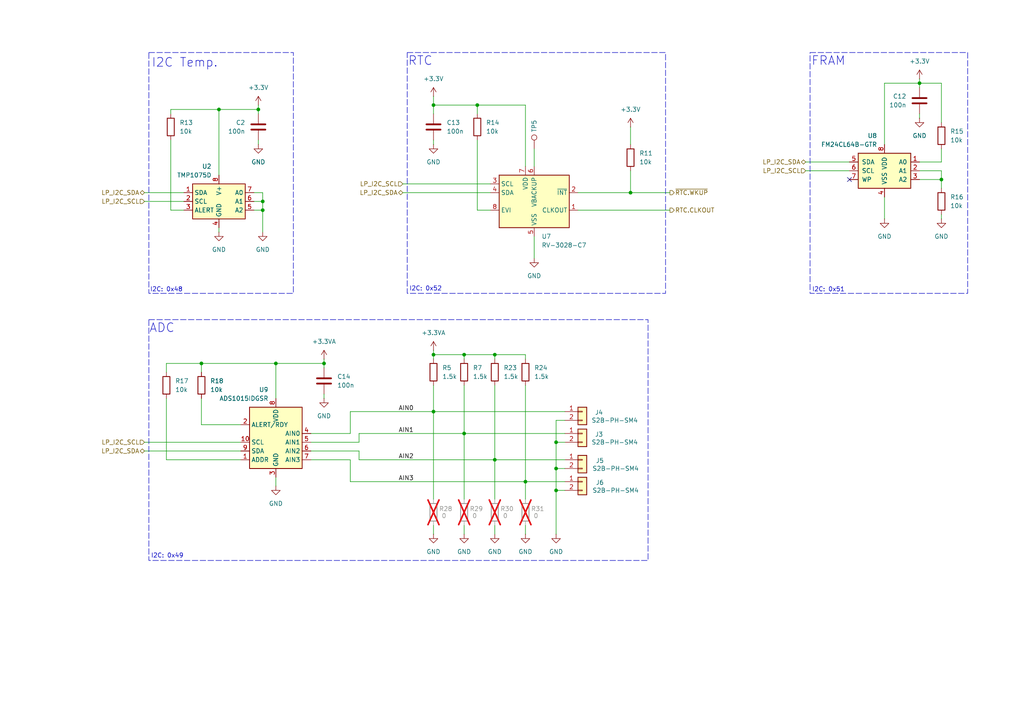
<source format=kicad_sch>
(kicad_sch (version 20250114) (generator "eeschema") (generator_version "9.0")
  (paper "A4")
  (lib_symbols
    (symbol "Analog_ADC:ADS1015IDGS"
      (property "Reference" "U" (at 2.54 13.97 0))
      (property "Value" "ADS1015IDGS" (at 7.62 11.43 0))
      (symbol "ADS1015IDGS_0_1"
        (rectangle (start -7.62 10.16) (end 7.62 -7.62) (stroke (width 0.254)) (fill (type background)))
      )
      (symbol "ADS1015IDGS_1_1"
        (pin input line (at -10.16 2.54 0) (length 2.54) (name "AIN0") (number "4"))
        (pin input line (at -10.16 0 0) (length 2.54) (name "AIN1") (number "5"))
        (pin input line (at -10.16 -2.54 0) (length 2.54) (name "AIN2") (number "6"))
        (pin input line (at -10.16 -5.08 0) (length 2.54) (name "AIN3") (number "7"))
        (pin power_in line (at 0 12.7 270) (length 2.54) (name "VDD") (number "8"))
        (pin power_in line (at 0 -10.16 90) (length 2.54) (name "GND") (number "3"))
        (pin output line (at 10.16 5.08 180) (length 2.54) (name "ALERT/RDY") (number "2"))
        (pin input line (at 10.16 0 180) (length 2.54) (name "SCL") (number "10"))
        (pin bidirectional line (at 10.16 -2.54 180) (length 2.54) (name "SDA") (number "9"))
        (pin input line (at 10.16 -5.08 180) (length 2.54) (name "ADDR") (number "1"))
      )
    )
    (symbol "Connector:TestPoint" (pin_numbers (hide yes)) (pin_names (offset 0.762) (hide yes))
      (property "Reference" "TP" (at 0 6.858 0))
      (property "Value" "TestPoint" (at 0 5.08 0))
      (symbol "TestPoint_0_1"
        (circle (center 0 3.302) (radius 0.762))
      )
      (symbol "TestPoint_1_1"
        (pin passive line (at 0 0 90) (length 2.54) (name "1") (number "1"))
      )
    )
    (symbol "Connector_Generic:Conn_01x02" (pin_names (offset 1.016) (hide yes))
      (property "Reference" "J" (at 0 2.54 0))
      (property "Value" "Conn_01x02" (at 0 -5.08 0))
      (symbol "Conn_01x02_1_1"
        (rectangle (start -1.27 1.27) (end 1.27 -3.81) (stroke (width 0.254)) (fill (type background)))
        (rectangle (start -1.27 0.127) (end 0 -0.127) (stroke (width 0.1524)))
        (rectangle (start -1.27 -2.413) (end 0 -2.667) (stroke (width 0.1524)))
        (pin passive line (at -5.08 0 0) (length 3.81) (name "Pin_1") (number "1"))
        (pin passive line (at -5.08 -2.54 0) (length 3.81) (name "Pin_2") (number "2"))
      )
    )
    (symbol "Device:C" (pin_numbers (hide yes)) (pin_names (offset 0.254))
      (property "Reference" "C" (at 0.635 2.54 0))
      (property "Value" "C" (at 0.635 -2.54 0))
      (symbol "C_0_1"
        (polyline (pts (xy -2.032 0.762) (xy 2.032 0.762)) (stroke (width 0.508)))
        (polyline (pts (xy -2.032 -0.762) (xy 2.032 -0.762)) (stroke (width 0.508)))
      )
      (symbol "C_1_1"
        (pin passive line (at 0 3.81 270) (length 2.794) (name "~") (number "1"))
        (pin passive line (at 0 -3.81 90) (length 2.794) (name "~") (number "2"))
      )
    )
    (symbol "Device:R" (pin_numbers (hide yes)) (pin_names (offset 0))
      (property "Reference" "R" (at 2.032 0 90))
      (property "Value" "R" (at 0 0 90))
      (symbol "R_0_1"
        (rectangle (start -1.016 -2.54) (end 1.016 2.54) (stroke (width 0.254)))
      )
      (symbol "R_1_1"
        (pin passive line (at 0 3.81 270) (length 1.27) (name "~") (number "1"))
        (pin passive line (at 0 -3.81 90) (length 1.27) (name "~") (number "2"))
      )
    )
    (symbol "Memory_NVRAM:FM24C64B" (pin_names (offset 1.016))
      (property "Reference" "U" (at -5.08 8.89 0))
      (property "Value" "FM24C64B" (at 6.35 -8.89 0))
      (symbol "FM24C64B_0_1"
        (rectangle (start -7.62 5.08) (end 7.62 -5.08) (stroke (width 0.254)) (fill (type background)))
      )
      (symbol "FM24C64B_1_1"
        (pin input line (at -10.16 2.54 0) (length 2.54) (name "A0") (number "1"))
        (pin input line (at -10.16 0 0) (length 2.54) (name "A1") (number "2"))
        (pin input line (at -10.16 -2.54 0) (length 2.54) (name "A2") (number "3"))
        (pin power_in line (at 0 7.62 270) (length 2.54) (name "VDD") (number "8"))
        (pin power_in line (at 0 -7.62 90) (length 2.54) (name "VSS") (number "4"))
        (pin bidirectional line (at 10.16 2.54 180) (length 2.54) (name "SDA") (number "5"))
        (pin input line (at 10.16 0 180) (length 2.54) (name "SCL") (number "6"))
        (pin input line (at 10.16 -2.54 180) (length 2.54) (name "WP") (number "7"))
      )
    )
    (symbol "Sensor_Temperature:TMP1075D"
      (property "Reference" "U" (at -6.35 6.35 0))
      (property "Value" "TMP1075D" (at 6.35 6.35 0))
      (symbol "TMP1075D_0_1"
        (rectangle (start -7.62 5.08) (end 7.62 -5.08) (stroke (width 0.254)) (fill (type background)))
      )
      (symbol "TMP1075D_1_1"
        (pin input line (at -10.16 2.54 0) (length 2.54) (name "A0") (number "7"))
        (pin input line (at -10.16 0 0) (length 2.54) (name "A1") (number "6"))
        (pin input line (at -10.16 -2.54 0) (length 2.54) (name "A2") (number "5"))
        (pin power_in line (at 0 7.62 270) (length 2.54) (name "V+") (number "8"))
        (pin power_in line (at 0 -7.62 90) (length 2.54) (name "GND") (number "4"))
        (pin bidirectional line (at 10.16 2.54 180) (length 2.54) (name "SDA") (number "1"))
        (pin input line (at 10.16 0 180) (length 2.54) (name "SCL") (number "2"))
        (pin open_collector line (at 10.16 -2.54 180) (length 2.54) (name "ALERT") (number "3"))
      )
    )
    (symbol "Timer_RTC:RV-3028-C7"
      (property "Reference" "U" (at -8.89 8.89 0))
      (property "Value" "RV-3028-C7" (at 7.62 8.89 0))
      (symbol "RV-3028-C7_0_1"
        (rectangle (start -10.16 7.62) (end 10.16 -7.62) (stroke (width 0.254)) (fill (type background)))
      )
      (symbol "RV-3028-C7_1_1"
        (pin input line (at -12.7 5.08 0) (length 2.54) (name "SCL") (number "3"))
        (pin bidirectional line (at -12.7 2.54 0) (length 2.54) (name "SDA") (number "4"))
        (pin input line (at -12.7 -2.54 0) (length 2.54) (name "EVI") (number "8"))
        (pin power_in line (at -2.54 10.16 270) (length 2.54) (name "VDD") (number "7"))
        (pin power_in line (at 0 10.16 270) (length 2.54) (name "VBACKUP") (number "6"))
        (pin power_in line (at 0 -10.16 90) (length 2.54) (name "VSS") (number "5"))
        (pin open_collector line (at 12.7 2.54 180) (length 2.54) (name "~{INT}") (number "2"))
        (pin output line (at 12.7 -2.54 180) (length 2.54) (name "CLKOUT") (number "1"))
      )
    )
    (symbol "power:+3.3V" (power) (pin_numbers (hide yes)) (pin_names (offset 0) (hide yes))
      (property "Value" "+3.3V" (at 0 3.556 0))
      (symbol "+3.3V_0_1"
        (polyline (pts (xy -0.762 1.27) (xy 0 2.54)))
        (polyline (pts (xy 0 2.54) (xy 0.762 1.27)))
        (polyline (pts (xy 0 0) (xy 0 2.54)))
      )
      (symbol "+3.3V_1_1"
        (pin power_in line (at 0 0 90) (length 0) (name "~") (number "1"))
      )
    )
    (symbol "power:+3.3VA" (power) (pin_numbers (hide yes)) (pin_names (offset 0) (hide yes))
      (property "Value" "+3.3VA" (at 0 3.556 0))
      (symbol "+3.3VA_0_1"
        (polyline (pts (xy -0.762 1.27) (xy 0 2.54)))
        (polyline (pts (xy 0 2.54) (xy 0.762 1.27)))
        (polyline (pts (xy 0 0) (xy 0 2.54)))
      )
      (symbol "+3.3VA_1_1"
        (pin power_in line (at 0 0 90) (length 0) (name "~") (number "1"))
      )
    )
    (symbol "power:GND" (power) (pin_numbers (hide yes)) (pin_names (offset 0) (hide yes))
      (property "Value" "GND" (at 0 -3.81 0))
      (symbol "GND_0_1"
        (polyline (pts (xy 0 0) (xy 0 -1.27) (xy 1.27 -1.27) (xy 0 -2.54) (xy -1.27 -1.27) (xy 0 -1.27)))
      )
      (symbol "GND_1_1"
        (pin power_in line (at 0 0 270) (length 0) (name "~") (number "1"))
      )
    )
  )
  (rectangle (start 43.18 15.24) (end 85.09 85.09) (stroke (width 0) (type dash)))
  (rectangle (start 43.18 92.71) (end 187.96 162.56) (stroke (width 0) (type dash)))
  (rectangle (start 234.95 15.24) (end 280.67 85.09) (stroke (width 0) (type dash)))
  (rectangle (start 118.11 15.24) (end 193.04 85.09) (stroke (width 0) (type dash)))
  (text "I2C: 0x49" (at 48.514 161.29 0) (effects (font (size 1.27 1.27))))
  (text "I2C Temp." (at 53.594 18.288 0) (effects (font (size 2.54 2.54))))
  (text "I2C: 0x52" (at 123.444 83.82 0) (effects (font (size 1.27 1.27))))
  (text "I2C: 0x48" (at 48.26 84.074 0) (effects (font (size 1.27 1.27))))
  (text "FRAM" (at 240.284 17.78 0) (effects (font (size 2.54 2.54))))
  (text "ADC" (at 46.99 95.25 0) (effects (font (size 2.54 2.54))))
  (text "I2C: 0x51" (at 240.284 84.074 0) (effects (font (size 1.27 1.27))))
  (text "RTC" (at 121.92 17.78 0) (effects (font (size 2.54 2.54))))
  (junction (at 143.51 102.87))
  (junction (at 134.62 102.87))
  (junction (at 63.5 31.75))
  (junction (at 143.51 133.35))
  (junction (at 182.88 55.88))
  (junction (at 125.73 119.38))
  (junction (at 76.2 58.42))
  (junction (at 76.2 60.96))
  (junction (at 134.62 125.73))
  (junction (at 58.42 105.41))
  (junction (at 125.73 102.87))
  (junction (at 152.4 139.7))
  (junction (at 93.98 105.41))
  (junction (at 273.05 52.07))
  (junction (at 74.93 31.75))
  (junction (at 80.01 105.41))
  (junction (at 161.29 135.89))
  (junction (at 266.7 24.13))
  (junction (at 125.73 30.48))
  (junction (at 138.43 30.48))
  (junction (at 161.29 142.24))
  (junction (at 161.29 128.27))
  (no_connect (at 246.38 52.07))
  (wire (pts (xy 116.84 55.88) (xy 142.24 55.88)))
  (wire (pts (xy 266.7 24.13) (xy 266.7 25.4)))
  (wire (pts (xy 161.29 135.89) (xy 161.29 142.24)))
  (wire (pts (xy 125.73 27.94) (xy 125.73 30.48)))
  (wire (pts (xy 125.73 102.87) (xy 125.73 104.14)))
  (wire (pts (xy 143.51 152.4) (xy 143.51 154.94)))
  (wire (pts (xy 143.51 111.76) (xy 143.51 133.35)))
  (wire (pts (xy 273.05 24.13) (xy 266.7 24.13)))
  (wire (pts (xy 233.68 46.99) (xy 246.38 46.99)))
  (wire (pts (xy 182.88 55.88) (xy 182.88 49.53)))
  (wire (pts (xy 63.5 31.75) (xy 74.93 31.75)))
  (wire (pts (xy 161.29 142.24) (xy 163.83 142.24)))
  (wire (pts (xy 104.14 128.27) (xy 104.14 125.73)))
  (wire (pts (xy 80.01 115.57) (xy 80.01 105.41)))
  (wire (pts (xy 125.73 101.6) (xy 125.73 102.87)))
  (wire (pts (xy 142.24 60.96) (xy 138.43 60.96)))
  (wire (pts (xy 74.93 31.75) (xy 74.93 33.02)))
  (wire (pts (xy 63.5 50.8) (xy 63.5 31.75)))
  (wire (pts (xy 49.53 31.75) (xy 63.5 31.75)))
  (wire (pts (xy 152.4 139.7) (xy 152.4 144.78)))
  (wire (pts (xy 143.51 133.35) (xy 163.83 133.35)))
  (wire (pts (xy 163.83 121.92) (xy 161.29 121.92)))
  (wire (pts (xy 154.94 43.18) (xy 154.94 48.26)))
  (wire (pts (xy 134.62 152.4) (xy 134.62 154.94)))
  (wire (pts (xy 125.73 119.38) (xy 125.73 144.78)))
  (wire (pts (xy 101.6 125.73) (xy 101.6 119.38)))
  (wire (pts (xy 167.64 55.88) (xy 182.88 55.88)))
  (wire (pts (xy 161.29 154.94) (xy 161.29 142.24)))
  (wire (pts (xy 125.73 40.64) (xy 125.73 41.91)))
  (wire (pts (xy 69.85 133.35) (xy 48.26 133.35)))
  (wire (pts (xy 104.14 130.81) (xy 90.17 130.81)))
  (wire (pts (xy 76.2 67.31) (xy 76.2 60.96)))
  (wire (pts (xy 163.83 128.27) (xy 161.29 128.27)))
  (wire (pts (xy 125.73 30.48) (xy 125.73 33.02)))
  (wire (pts (xy 143.51 133.35) (xy 143.51 144.78)))
  (wire (pts (xy 273.05 62.23) (xy 273.05 63.5)))
  (wire (pts (xy 76.2 60.96) (xy 73.66 60.96)))
  (wire (pts (xy 266.7 49.53) (xy 273.05 49.53)))
  (wire (pts (xy 93.98 105.41) (xy 80.01 105.41)))
  (wire (pts (xy 134.62 125.73) (xy 134.62 144.78)))
  (wire (pts (xy 256.54 41.91) (xy 256.54 24.13)))
  (wire (pts (xy 134.62 125.73) (xy 163.83 125.73)))
  (wire (pts (xy 49.53 33.02) (xy 49.53 31.75)))
  (wire (pts (xy 152.4 102.87) (xy 143.51 102.87)))
  (wire (pts (xy 48.26 105.41) (xy 58.42 105.41)))
  (wire (pts (xy 53.34 55.88) (xy 41.91 55.88)))
  (wire (pts (xy 80.01 138.43) (xy 80.01 140.97)))
  (wire (pts (xy 154.94 68.58) (xy 154.94 74.93)))
  (wire (pts (xy 163.83 135.89) (xy 161.29 135.89)))
  (wire (pts (xy 152.4 139.7) (xy 163.83 139.7)))
  (wire (pts (xy 93.98 104.14) (xy 93.98 105.41)))
  (wire (pts (xy 73.66 58.42) (xy 76.2 58.42)))
  (wire (pts (xy 152.4 48.26) (xy 152.4 30.48)))
  (wire (pts (xy 125.73 111.76) (xy 125.73 119.38)))
  (wire (pts (xy 266.7 33.02) (xy 266.7 34.29)))
  (wire (pts (xy 101.6 133.35) (xy 101.6 139.7)))
  (wire (pts (xy 58.42 105.41) (xy 58.42 107.95)))
  (wire (pts (xy 273.05 46.99) (xy 273.05 43.18)))
  (wire (pts (xy 256.54 24.13) (xy 266.7 24.13)))
  (wire (pts (xy 104.14 130.81) (xy 104.14 133.35)))
  (wire (pts (xy 134.62 102.87) (xy 125.73 102.87)))
  (wire (pts (xy 182.88 36.83) (xy 182.88 41.91)))
  (wire (pts (xy 266.7 46.99) (xy 273.05 46.99)))
  (wire (pts (xy 104.14 133.35) (xy 143.51 133.35)))
  (wire (pts (xy 125.73 152.4) (xy 125.73 154.94)))
  (wire (pts (xy 41.91 130.81) (xy 69.85 130.81)))
  (wire (pts (xy 93.98 105.41) (xy 93.98 106.68)))
  (wire (pts (xy 233.68 49.53) (xy 246.38 49.53)))
  (wire (pts (xy 76.2 58.42) (xy 76.2 60.96)))
  (wire (pts (xy 48.26 107.95) (xy 48.26 105.41)))
  (wire (pts (xy 273.05 24.13) (xy 273.05 35.56)))
  (wire (pts (xy 101.6 133.35) (xy 90.17 133.35)))
  (wire (pts (xy 138.43 30.48) (xy 138.43 33.02)))
  (wire (pts (xy 152.4 104.14) (xy 152.4 102.87)))
  (wire (pts (xy 48.26 133.35) (xy 48.26 115.57)))
  (wire (pts (xy 152.4 30.48) (xy 138.43 30.48)))
  (wire (pts (xy 58.42 123.19) (xy 58.42 115.57)))
  (wire (pts (xy 93.98 114.3) (xy 93.98 115.57)))
  (wire (pts (xy 161.29 128.27) (xy 161.29 135.89)))
  (wire (pts (xy 116.84 53.34) (xy 142.24 53.34)))
  (wire (pts (xy 134.62 111.76) (xy 134.62 125.73)))
  (wire (pts (xy 41.91 58.42) (xy 53.34 58.42)))
  (wire (pts (xy 138.43 60.96) (xy 138.43 40.64)))
  (wire (pts (xy 104.14 125.73) (xy 134.62 125.73)))
  (wire (pts (xy 138.43 30.48) (xy 125.73 30.48)))
  (wire (pts (xy 134.62 104.14) (xy 134.62 102.87)))
  (wire (pts (xy 63.5 66.04) (xy 63.5 67.31)))
  (wire (pts (xy 152.4 152.4) (xy 152.4 154.94)))
  (wire (pts (xy 90.17 128.27) (xy 104.14 128.27)))
  (wire (pts (xy 58.42 105.41) (xy 80.01 105.41)))
  (wire (pts (xy 143.51 104.14) (xy 143.51 102.87)))
  (wire (pts (xy 152.4 111.76) (xy 152.4 139.7)))
  (wire (pts (xy 74.93 40.64) (xy 74.93 41.91)))
  (wire (pts (xy 256.54 57.15) (xy 256.54 63.5)))
  (wire (pts (xy 76.2 55.88) (xy 76.2 58.42)))
  (wire (pts (xy 49.53 40.64) (xy 49.53 60.96)))
  (wire (pts (xy 49.53 60.96) (xy 53.34 60.96)))
  (wire (pts (xy 69.85 123.19) (xy 58.42 123.19)))
  (wire (pts (xy 266.7 22.86) (xy 266.7 24.13)))
  (wire (pts (xy 161.29 121.92) (xy 161.29 128.27)))
  (wire (pts (xy 143.51 102.87) (xy 134.62 102.87)))
  (wire (pts (xy 101.6 139.7) (xy 152.4 139.7)))
  (wire (pts (xy 101.6 119.38) (xy 125.73 119.38)))
  (wire (pts (xy 73.66 55.88) (xy 76.2 55.88)))
  (wire (pts (xy 74.93 30.48) (xy 74.93 31.75)))
  (wire (pts (xy 266.7 52.07) (xy 273.05 52.07)))
  (wire (pts (xy 273.05 49.53) (xy 273.05 52.07)))
  (wire (pts (xy 273.05 52.07) (xy 273.05 54.61)))
  (wire (pts (xy 90.17 125.73) (xy 101.6 125.73)))
  (wire (pts (xy 167.64 60.96) (xy 194.31 60.96)))
  (wire (pts (xy 125.73 119.38) (xy 163.83 119.38)))
  (wire (pts (xy 41.91 128.27) (xy 69.85 128.27)))
  (wire (pts (xy 182.88 55.88) (xy 194.31 55.88)))
  (label "AIN0" (at 115.57 119.38 0))
  (label "AIN1" (at 115.57 125.73 0))
  (label "AIN2" (at 115.57 133.35 0))
  (label "AIN3" (at 115.57 139.7 0))
  (hierarchical_label "LP_I2C_SCL" (shape input) (at 41.91 128.27 180))
  (hierarchical_label "~{RTC.WKUP}" (shape output) (at 194.31 55.88 0))
  (hierarchical_label "LP_I2C_SCL" (shape input) (at 233.68 49.53 180))
  (hierarchical_label "RTC.CLKOUT" (shape output) (at 194.31 60.96 0))
  (hierarchical_label "LP_I2C_SCL" (shape input) (at 116.84 53.34 180))
  (hierarchical_label "LP_I2C_SDA" (shape bidirectional) (at 41.91 130.81 180))
  (hierarchical_label "LP_I2C_SDA" (shape bidirectional) (at 233.68 46.99 180))
  (hierarchical_label "LP_I2C_SDA" (shape bidirectional) (at 41.91 55.88 180))
  (hierarchical_label "LP_I2C_SDA" (shape bidirectional) (at 116.84 55.88 180))
  (hierarchical_label "LP_I2C_SCL" (shape input) (at 41.91 58.42 180))
  (symbol (lib_id "power:+3.3VA") (at 125.73 101.6 0) (unit 1)
    (property "Reference" "#PWR01" (effects (hide yes)))
    (property "Value" "+3.3VA" (at 125.73 96.52 0))
    (property "Description" "Power symbol creates a global label with name \"+3.3VA\"" (effects (hide yes)))
  )
  (symbol (lib_id "Device:R") (at 125.73 107.95 0) (unit 1)
    (property "Reference" "R5" (at 128.27 106.6799 0) (effects (justify left)))
    (property "Value" "1.5k" (at 128.27 109.2199 0) (effects (justify left)))
    (property "Footprint" "Resistor_SMD:R_0603_1608Metric" (effects (hide yes)))
    (property "Description" "Resistor" (effects (hide yes)))
    (property "MFG" "Panasonic Electronic Components" (effects (hide yes)))
    (property "MFG#" "ERA-3AEB152V" (effects (hide yes)))
    (property "DigiKey" "P1.5KDBCT-ND" (effects (hide yes)))
    (property "Distri Link" "https://www.digikey.de/de/products/detail/panasonic-electronic-components/ERA-3AEB152V/1465858" (effects (hide yes)))
  )
  (symbol (lib_id "power:GND") (at 80.01 140.97 0) (unit 1)
    (property "Reference" "#PWR016" (effects (hide yes)))
    (property "Value" "GND" (at 80.01 146.05 0))
    (property "Description" "Power symbol creates a global label with name \"GND\" , ground" (effects (hide yes)))
  )
  (symbol (lib_id "power:+3.3V") (at 182.88 36.83 0) (unit 1)
    (property "Reference" "#PWR010" (effects (hide yes)))
    (property "Value" "+3.3V" (at 182.88 31.75 0))
    (property "Description" "Power symbol creates a global label with name \"+3.3V\"" (effects (hide yes)))
  )
  (symbol (lib_id "Device:C") (at 74.93 36.83 0) (mirror y) (unit 1)
    (property "Reference" "C2" (at 71.12 35.5599 0) (effects (justify left)))
    (property "Value" "100n" (at 71.12 38.0999 0) (effects (justify left)))
    (property "Footprint" "Capacitor_SMD:C_0603_1608Metric" (effects (hide yes)))
    (property "Description" "Unpolarized capacitor" (effects (hide yes)))
    (property "MFG" "KEMET" (effects (hide yes)))
    (property "MFG#" "C0603C104K3RACTU" (effects (hide yes)))
    (property "DigiKey" "399-C0603C104K3RACTUCT-ND" (effects (hide yes)))
    (property "Distri Link" "https://www.digikey.de/de/products/detail/kemet/C0603C104K3RACTU/416044?s=N4IgTCBcDaIMwE4EFoDCAGAbOuqCM6ALANJwBKAgqgCoCqNyAcgCIgC6AvkA" (effects (hide yes)))
  )
  (symbol (lib_id "Device:R") (at 273.05 58.42 0) (unit 1)
    (property "Reference" "R16" (at 275.59 57.1499 0) (effects (justify left)))
    (property "Value" "10k" (at 275.59 59.6899 0) (effects (justify left)))
    (property "Footprint" "Resistor_SMD:R_0603_1608Metric" (effects (hide yes)))
    (property "Description" "Resistor" (effects (hide yes)))
    (property "DigiKey" "311-10.0KHRCT-ND" (effects (hide yes)))
    (property "MFG" "YAGEO" (effects (hide yes)))
    (property "MFG#" "RC0603FR-0710KL" (effects (hide yes)))
    (property "Distri Link" "https://www.digikey.de/de/products/detail/yageo/RC0603FR-0710KL/726880?s=N4IgTCBcDaIMwEYEFoEAYB0aDSAJASgMIAqyAcgCIgC6AvkA" (effects (hide yes)))
  )
  (symbol (lib_id "Connector_Generic:Conn_01x02") (at 168.91 133.35 0) (unit 1)
    (property "Reference" "J5" (at 173.99 133.604 0))
    (property "Value" "S2B-PH-SM4" (at 178.562 135.89 0))
    (property "Footprint" "Connector_JST:JST_PH_S2B-PH-SM4-TB_1x02-1MP_P2.00mm_Horizontal" (effects (hide yes)))
    (property "Description" "Generic connector, single row, 01x02, script generated (kicad-library-utils/schlib/autogen/connector/)" (effects (hide yes)))
    (property "MFG" "JST Sales America Inc." (effects (hide yes)))
    (property "MFG#" "S2B-PH-SM4-TB" (effects (hide yes)))
    (property "DigiKey" "455-S2B-PH-SM4-TBCT-ND" (effects (hide yes)))
    (property "Distri Link" "https://www.digikey.de/de/products/detail/jst-sales-america-inc/S2B-PH-SM4-TB/926655?s=N4IgTCBcDaICwFYEFoDKYBCyAKAJNAsnMgCoYDCJyAcgCIgC6AvkA" (effects (hide yes)))
  )
  (symbol (lib_id "power:GND") (at 93.98 115.57 0) (unit 1)
    (property "Reference" "#PWR050" (effects (hide yes)))
    (property "Value" "GND" (at 93.98 120.65 0))
    (property "Description" "Power symbol creates a global label with name \"GND\" , ground" (effects (hide yes)))
  )
  (symbol (lib_id "power:GND") (at 266.7 34.29 0) (mirror y) (unit 1)
    (property "Reference" "#PWR04" (effects (hide yes)))
    (property "Value" "GND" (at 266.7 39.37 0))
    (property "Description" "Power symbol creates a global label with name \"GND\" , ground" (effects (hide yes)))
  )
  (symbol (lib_id "Connector_Generic:Conn_01x02") (at 168.91 119.38 0) (unit 1)
    (property "Reference" "J4" (at 173.736 119.634 0))
    (property "Value" "S2B-PH-SM4" (at 178.308 121.92 0))
    (property "Footprint" "Connector_JST:JST_PH_S2B-PH-SM4-TB_1x02-1MP_P2.00mm_Horizontal" (effects (hide yes)))
    (property "Description" "Generic connector, single row, 01x02, script generated (kicad-library-utils/schlib/autogen/connector/)" (effects (hide yes)))
    (property "MFG" "JST Sales America Inc." (effects (hide yes)))
    (property "MFG#" "S2B-PH-SM4-TB" (effects (hide yes)))
    (property "DigiKey" "455-S2B-PH-SM4-TBCT-ND" (effects (hide yes)))
    (property "Distri Link" "https://www.digikey.de/de/products/detail/jst-sales-america-inc/S2B-PH-SM4-TB/926655?s=N4IgTCBcDaICwFYEFoDKYBCyAKAJNAsnMgCoYDCJyAcgCIgC6AvkA" (effects (hide yes)))
  )
  (symbol (lib_id "power:+3.3VA") (at 93.98 104.14 0) (unit 1)
    (property "Reference" "#PWR017" (effects (hide yes)))
    (property "Value" "+3.3VA" (at 93.98 99.06 0))
    (property "Description" "Power symbol creates a global label with name \"+3.3VA\"" (effects (hide yes)))
  )
  (symbol (lib_id "power:GND") (at 273.05 63.5 0) (mirror y) (unit 1)
    (property "Reference" "#PWR06" (effects (hide yes)))
    (property "Value" "GND" (at 273.05 68.58 0))
    (property "Description" "Power symbol creates a global label with name \"GND\" , ground" (effects (hide yes)))
  )
  (symbol (lib_id "Device:R") (at 143.51 107.95 0) (unit 1)
    (property "Reference" "R23" (at 146.05 106.6799 0) (effects (justify left)))
    (property "Value" "1.5k" (at 146.05 109.2199 0) (effects (justify left)))
    (property "Footprint" "Resistor_SMD:R_0603_1608Metric" (effects (hide yes)))
    (property "Description" "Resistor" (effects (hide yes)))
    (property "MFG" "Panasonic Electronic Components" (effects (hide yes)))
    (property "MFG#" "ERA-3AEB152V" (effects (hide yes)))
    (property "DigiKey" "P1.5KDBCT-ND" (effects (hide yes)))
    (property "Distri Link" "https://www.digikey.de/de/products/detail/panasonic-electronic-components/ERA-3AEB152V/1465858" (effects (hide yes)))
  )
  (symbol (lib_id "Connector_Generic:Conn_01x02") (at 168.91 139.7 0) (unit 1)
    (property "Reference" "J6" (at 173.99 139.954 0))
    (property "Value" "S2B-PH-SM4" (at 178.562 142.24 0))
    (property "Footprint" "Connector_JST:JST_PH_S2B-PH-SM4-TB_1x02-1MP_P2.00mm_Horizontal" (effects (hide yes)))
    (property "Description" "Generic connector, single row, 01x02, script generated (kicad-library-utils/schlib/autogen/connector/)" (effects (hide yes)))
    (property "MFG" "JST Sales America Inc." (effects (hide yes)))
    (property "MFG#" "S2B-PH-SM4-TB" (effects (hide yes)))
    (property "DigiKey" "455-S2B-PH-SM4-TBCT-ND" (effects (hide yes)))
    (property "Distri Link" "https://www.digikey.de/de/products/detail/jst-sales-america-inc/S2B-PH-SM4-TB/926655?s=N4IgTCBcDaICwFYEFoDKYBCyAKAJNAsnMgCoYDCJyAcgCIgC6AvkA" (effects (hide yes)))
  )
  (symbol (lib_id "power:+3.3V") (at 125.73 27.94 0) (unit 1)
    (property "Reference" "#PWR07" (effects (hide yes)))
    (property "Value" "+3.3V" (at 125.73 22.86 0))
    (property "Description" "Power symbol creates a global label with name \"+3.3V\"" (effects (hide yes)))
  )
  (symbol (lib_id "Device:R") (at 152.4 107.95 0) (unit 1)
    (property "Reference" "R24" (at 154.94 106.6799 0) (effects (justify left)))
    (property "Value" "1.5k" (at 154.94 109.2199 0) (effects (justify left)))
    (property "Footprint" "Resistor_SMD:R_0603_1608Metric" (effects (hide yes)))
    (property "Description" "Resistor" (effects (hide yes)))
    (property "MFG" "Panasonic Electronic Components" (effects (hide yes)))
    (property "MFG#" "ERA-3AEB152V" (effects (hide yes)))
    (property "DigiKey" "P1.5KDBCT-ND" (effects (hide yes)))
    (property "Distri Link" "https://www.digikey.de/de/products/detail/panasonic-electronic-components/ERA-3AEB152V/1465858" (effects (hide yes)))
  )
  (symbol (lib_id "Device:R") (at 138.43 36.83 0) (unit 1)
    (property "Reference" "R14" (at 140.97 35.5599 0) (effects (justify left)))
    (property "Value" "10k" (at 140.97 38.0999 0) (effects (justify left)))
    (property "Footprint" "Resistor_SMD:R_0603_1608Metric" (effects (hide yes)))
    (property "Description" "Resistor" (effects (hide yes)))
    (property "DigiKey" "311-10.0KHRCT-ND" (effects (hide yes)))
    (property "MFG" "YAGEO" (effects (hide yes)))
    (property "MFG#" "RC0603FR-0710KL" (effects (hide yes)))
    (property "Distri Link" "https://www.digikey.de/de/products/detail/yageo/RC0603FR-0710KL/726880?s=N4IgTCBcDaIMwEYEFoEAYB0aDSAJASgMIAqyAcgCIgC6AvkA" (effects (hide yes)))
  )
  (symbol (lib_id "Device:R") (at 134.62 148.59 180) (unit 1) (in_bom no) (dnp yes)
    (property "Reference" "R29" (at 138.176 147.574 0))
    (property "Value" "0" (at 137.668 149.606 0))
    (property "Footprint" "Resistor_SMD:R_0603_1608Metric" (effects (hide yes)))
    (property "Description" "Resistor" (effects (hide yes)))
    (property "MFG" "Bourns Inc." (effects (hide yes)))
    (property "MFG#" "CR0603AJ/-000EAS" (effects (hide yes)))
    (property "DigiKey" "CR0603AJ/-000EASCT-ND" (effects (hide yes)))
    (property "Distri Link" "https://www.digikey.de/de/products/detail/bourns-inc/CR0603AJ-000EAS/10240122?s=N4IgTCBcDaIMICUAMA2JBmAggKQPQFokiBRTAZTgBV8A5AERAF0BfIA" (effects (hide yes)))
  )
  (symbol (lib_id "Device:R") (at 143.51 148.59 180) (unit 1) (in_bom no) (dnp yes)
    (property "Reference" "R30" (at 147.066 147.574 0))
    (property "Value" "0" (at 146.558 149.606 0))
    (property "Footprint" "Resistor_SMD:R_0603_1608Metric" (effects (hide yes)))
    (property "Description" "Resistor" (effects (hide yes)))
    (property "MFG" "Bourns Inc." (effects (hide yes)))
    (property "MFG#" "CR0603AJ/-000EAS" (effects (hide yes)))
    (property "DigiKey" "CR0603AJ/-000EASCT-ND" (effects (hide yes)))
    (property "Distri Link" "https://www.digikey.de/de/products/detail/bourns-inc/CR0603AJ-000EAS/10240122?s=N4IgTCBcDaIMICUAMA2JBmAggKQPQFokiBRTAZTgBV8A5AERAF0BfIA" (effects (hide yes)))
  )
  (symbol (lib_id "power:GND") (at 154.94 74.93 0) (unit 1)
    (property "Reference" "#PWR013" (effects (hide yes)))
    (property "Value" "GND" (at 154.94 80.01 0))
    (property "Description" "Power symbol creates a global label with name \"GND\" , ground" (effects (hide yes)))
  )
  (symbol (lib_id "Memory_NVRAM:FM24C64B") (at 256.54 49.53 0) (mirror y) (unit 1)
    (property "Reference" "U8" (at 254.3967 39.37 0) (effects (justify left)))
    (property "Value" "FM24CL64B-GTR" (at 254.3967 41.91 0) (effects (justify left)))
    (property "Footprint" "Package_SO:SOIC-8_3.9x4.9mm_P1.27mm" (effects (hide yes)))
    (property "Datasheet" "http://www.cypress.com/file/41651/download" (effects (hide yes)))
    (property "Description" "64Kb serial FRAM nonvolatile Memory, SOIC-8" (effects (hide yes)))
    (property "DigiKey" "448-FM24CL64B-GTRCT-ND" (effects (hide yes)))
    (property "MFG" "Infineon Technologies" (effects (hide yes)))
    (property "MFG#" "FM24CL64B-GTR" (effects (hide yes)))
    (property "Distri Link" "https://www.digikey.de/de/products/detail/infineon-technologies/FM24CL64B-GTR/3788937?s=N4IgTCBcDaIGIFkwBYDCAZAbMgQgWgHEAVAJRAF0BfIA" (effects (hide yes)))
  )
  (symbol (lib_id "Device:R") (at 49.53 36.83 0) (unit 1)
    (property "Reference" "R13" (at 52.07 35.5599 0) (effects (justify left)))
    (property "Value" "10k" (at 52.07 38.0999 0) (effects (justify left)))
    (property "Footprint" "Resistor_SMD:R_0603_1608Metric" (effects (hide yes)))
    (property "Description" "Resistor" (effects (hide yes)))
    (property "DigiKey" "311-10.0KHRCT-ND" (effects (hide yes)))
    (property "MFG" "YAGEO" (effects (hide yes)))
    (property "MFG#" "RC0603FR-0710KL" (effects (hide yes)))
    (property "Distri Link" "https://www.digikey.de/de/products/detail/yageo/RC0603FR-0710KL/726880?s=N4IgTCBcDaIMwEYEFoEAYB0aDSAJASgMIAqyAcgCIgC6AvkA" (effects (hide yes)))
  )
  (symbol (lib_id "power:+3.3V") (at 74.93 30.48 0) (mirror y) (unit 1)
    (property "Reference" "#PWR045" (effects (hide yes)))
    (property "Value" "+3.3V" (at 74.93 25.4 0))
    (property "Description" "Power symbol creates a global label with name \"+3.3V\"" (effects (hide yes)))
  )
  (symbol (lib_id "Device:C") (at 125.73 36.83 0) (unit 1)
    (property "Reference" "C13" (at 129.54 35.5599 0) (effects (justify left)))
    (property "Value" "100n" (at 129.54 38.0999 0) (effects (justify left)))
    (property "Footprint" "Capacitor_SMD:C_0603_1608Metric" (effects (hide yes)))
    (property "Description" "Unpolarized capacitor" (effects (hide yes)))
    (property "MFG" "KEMET" (effects (hide yes)))
    (property "MFG#" "C0603C104K3RACTU" (effects (hide yes)))
    (property "DigiKey" "399-C0603C104K3RACTUCT-ND" (effects (hide yes)))
    (property "Distri Link" "https://www.digikey.de/de/products/detail/kemet/C0603C104K3RACTU/416044?s=N4IgTCBcDaIMwE4EFoDCAGAbOuqCM6ALANJwBKAgqgCoCqNyAcgCIgC6AvkA" (effects (hide yes)))
  )
  (symbol (lib_id "Connector_Generic:Conn_01x02") (at 168.91 125.73 0) (unit 1)
    (property "Reference" "J3" (at 173.736 125.984 0))
    (property "Value" "S2B-PH-SM4" (at 178.308 128.27 0))
    (property "Footprint" "Connector_JST:JST_PH_S2B-PH-SM4-TB_1x02-1MP_P2.00mm_Horizontal" (effects (hide yes)))
    (property "Description" "Generic connector, single row, 01x02, script generated (kicad-library-utils/schlib/autogen/connector/)" (effects (hide yes)))
    (property "MFG" "JST Sales America Inc." (effects (hide yes)))
    (property "MFG#" "S2B-PH-SM4-TB" (effects (hide yes)))
    (property "DigiKey" "455-S2B-PH-SM4-TBCT-ND" (effects (hide yes)))
    (property "Distri Link" "https://www.digikey.de/de/products/detail/jst-sales-america-inc/S2B-PH-SM4-TB/926655?s=N4IgTCBcDaICwFYEFoDKYBCyAKAJNAsnMgCoYDCJyAcgCIgC6AvkA" (effects (hide yes)))
  )
  (symbol (lib_id "power:GND") (at 134.62 154.94 0) (mirror y) (unit 1)
    (property "Reference" "#PWR060" (effects (hide yes)))
    (property "Value" "GND" (at 134.62 160.02 0))
    (property "Description" "Power symbol creates a global label with name \"GND\" , ground" (effects (hide yes)))
  )
  (symbol (lib_id "Device:R") (at 134.62 107.95 0) (unit 1)
    (property "Reference" "R7" (at 137.16 106.6799 0) (effects (justify left)))
    (property "Value" "1.5k" (at 137.16 109.2199 0) (effects (justify left)))
    (property "Footprint" "Resistor_SMD:R_0603_1608Metric" (effects (hide yes)))
    (property "Description" "Resistor" (effects (hide yes)))
    (property "MFG" "Panasonic Electronic Components" (effects (hide yes)))
    (property "MFG#" "ERA-3AEB152V" (effects (hide yes)))
    (property "DigiKey" "P1.5KDBCT-ND" (effects (hide yes)))
    (property "Distri Link" "https://www.digikey.de/de/products/detail/panasonic-electronic-components/ERA-3AEB152V/1465858" (effects (hide yes)))
  )
  (symbol (lib_id "Device:C") (at 93.98 110.49 0) (unit 1)
    (property "Reference" "C14" (at 97.79 109.2199 0) (effects (justify left)))
    (property "Value" "100n" (at 97.79 111.7599 0) (effects (justify left)))
    (property "Footprint" "Capacitor_SMD:C_0603_1608Metric" (effects (hide yes)))
    (property "Description" "Unpolarized capacitor" (effects (hide yes)))
    (property "MFG" "KEMET" (effects (hide yes)))
    (property "MFG#" "C0603C104K3RACTU" (effects (hide yes)))
    (property "DigiKey" "399-C0603C104K3RACTUCT-ND" (effects (hide yes)))
    (property "Distri Link" "https://www.digikey.de/de/products/detail/kemet/C0603C104K3RACTU/416044?s=N4IgTCBcDaIMwE4EFoDCAGAbOuqCM6ALANJwBKAgqgCoCqNyAcgCIgC6AvkA" (effects (hide yes)))
  )
  (symbol (lib_id "power:GND") (at 256.54 63.5 0) (mirror y) (unit 1)
    (property "Reference" "#PWR05" (effects (hide yes)))
    (property "Value" "GND" (at 256.54 68.58 0))
    (property "Description" "Power symbol creates a global label with name \"GND\" , ground" (effects (hide yes)))
  )
  (symbol (lib_id "power:GND") (at 63.5 67.31 0) (mirror y) (unit 1)
    (property "Reference" "#PWR047" (effects (hide yes)))
    (property "Value" "GND" (at 63.5 72.39 0))
    (property "Description" "Power symbol creates a global label with name \"GND\" , ground" (effects (hide yes)))
  )
  (symbol (lib_id "Device:R") (at 273.05 39.37 0) (unit 1)
    (property "Reference" "R15" (at 275.59 38.0999 0) (effects (justify left)))
    (property "Value" "10k" (at 275.59 40.6399 0) (effects (justify left)))
    (property "Footprint" "Resistor_SMD:R_0603_1608Metric" (effects (hide yes)))
    (property "Description" "Resistor" (effects (hide yes)))
    (property "DigiKey" "311-10.0KHRCT-ND" (effects (hide yes)))
    (property "MFG" "YAGEO" (effects (hide yes)))
    (property "MFG#" "RC0603FR-0710KL" (effects (hide yes)))
    (property "Distri Link" "https://www.digikey.de/de/products/detail/yageo/RC0603FR-0710KL/726880?s=N4IgTCBcDaIMwEYEFoEAYB0aDSAJASgMIAqyAcgCIgC6AvkA" (effects (hide yes)))
  )
  (symbol (lib_id "Device:R") (at 58.42 111.76 0) (unit 1)
    (property "Reference" "R18" (at 60.96 110.4899 0) (effects (justify left)))
    (property "Value" "10k" (at 60.96 113.0299 0) (effects (justify left)))
    (property "Footprint" "Resistor_SMD:R_0603_1608Metric" (effects (hide yes)))
    (property "Description" "Resistor" (effects (hide yes)))
    (property "DigiKey" "311-10.0KHRCT-ND" (effects (hide yes)))
    (property "MFG" "YAGEO" (effects (hide yes)))
    (property "MFG#" "RC0603FR-0710KL" (effects (hide yes)))
    (property "Distri Link" "https://www.digikey.de/de/products/detail/yageo/RC0603FR-0710KL/726880?s=N4IgTCBcDaIMwEYEFoEAYB0aDSAJASgMIAqyAcgCIgC6AvkA" (effects (hide yes)))
  )
  (symbol (lib_id "Analog_ADC:ADS1015IDGS") (at 80.01 128.27 0) (mirror y) (unit 1)
    (property "Reference" "U9" (at 77.8667 113.03 0) (effects (justify left)))
    (property "Value" "ADS1015IDGSR" (at 77.8667 115.57 0) (effects (justify left)))
    (property "Footprint" "Package_SO:TSSOP-10_3x3mm_P0.5mm" (effects (hide yes)))
    (property "Datasheet" "http://www.ti.com/lit/ds/symlink/ads1015.pdf" (effects (hide yes)))
    (property "Description" "Ultra-Small, Low-Power, I2C-Compatible, 3.3-kSPS, 12-Bit ADCs With Internal Reference, Oscillator, and Programmable Comparator, VSSOP-10" (effects (hide yes)))
    (property "DigiKey" "296-41185-1-ND" (effects (hide yes)))
    (property "MFG" "Texas Instruments" (effects (hide yes)))
    (property "MFG#" "ADS1015IDGSR" (effects (hide yes)))
    (property "Distri Link" "https://www.digikey.de/de/products/detail/texas-instruments/ADS1015IDGSR/2231559?s=N4IgTCBcDaIIIBEDKBGADCgrASQQcSQCUQBdAXyA" (effects (hide yes)))
  )
  (symbol (lib_id "Device:R") (at 48.26 111.76 0) (unit 1)
    (property "Reference" "R17" (at 50.8 110.4899 0) (effects (justify left)))
    (property "Value" "10k" (at 50.8 113.0299 0) (effects (justify left)))
    (property "Footprint" "Resistor_SMD:R_0603_1608Metric" (effects (hide yes)))
    (property "Description" "Resistor" (effects (hide yes)))
    (property "DigiKey" "311-10.0KHRCT-ND" (effects (hide yes)))
    (property "MFG" "YAGEO" (effects (hide yes)))
    (property "MFG#" "RC0603FR-0710KL" (effects (hide yes)))
    (property "Distri Link" "https://www.digikey.de/de/products/detail/yageo/RC0603FR-0710KL/726880?s=N4IgTCBcDaIMwEYEFoEAYB0aDSAJASgMIAqyAcgCIgC6AvkA" (effects (hide yes)))
  )
  (symbol (lib_id "power:GND") (at 74.93 41.91 0) (mirror y) (unit 1)
    (property "Reference" "#PWR046" (effects (hide yes)))
    (property "Value" "GND" (at 74.93 46.99 0))
    (property "Description" "Power symbol creates a global label with name \"GND\" , ground" (effects (hide yes)))
  )
  (symbol (lib_id "power:+3.3V") (at 266.7 22.86 0) (mirror y) (unit 1)
    (property "Reference" "#PWR03" (effects (hide yes)))
    (property "Value" "+3.3V" (at 266.7 17.78 0))
    (property "Description" "Power symbol creates a global label with name \"+3.3V\"" (effects (hide yes)))
  )
  (symbol (lib_id "power:GND") (at 143.51 154.94 0) (mirror y) (unit 1)
    (property "Reference" "#PWR061" (effects (hide yes)))
    (property "Value" "GND" (at 143.51 160.02 0))
    (property "Description" "Power symbol creates a global label with name \"GND\" , ground" (effects (hide yes)))
  )
  (symbol (lib_id "Device:C") (at 266.7 29.21 0) (mirror y) (unit 1)
    (property "Reference" "C12" (at 262.89 27.9399 0) (effects (justify left)))
    (property "Value" "100n" (at 262.89 30.4799 0) (effects (justify left)))
    (property "Footprint" "Capacitor_SMD:C_0603_1608Metric" (effects (hide yes)))
    (property "Description" "Unpolarized capacitor" (effects (hide yes)))
    (property "MFG" "KEMET" (effects (hide yes)))
    (property "MFG#" "C0603C104K3RACTU" (effects (hide yes)))
    (property "DigiKey" "399-C0603C104K3RACTUCT-ND" (effects (hide yes)))
    (property "Distri Link" "https://www.digikey.de/de/products/detail/kemet/C0603C104K3RACTU/416044?s=N4IgTCBcDaIMwE4EFoDCAGAbOuqCM6ALANJwBKAgqgCoCqNyAcgCIgC6AvkA" (effects (hide yes)))
  )
  (symbol (lib_id "Device:R") (at 125.73 148.59 180) (unit 1) (in_bom no) (dnp yes)
    (property "Reference" "R28" (at 129.286 147.574 0))
    (property "Value" "0" (at 128.778 149.606 0))
    (property "Footprint" "Resistor_SMD:R_0603_1608Metric" (effects (hide yes)))
    (property "Description" "Resistor" (effects (hide yes)))
    (property "MFG" "Bourns Inc." (effects (hide yes)))
    (property "MFG#" "CR0603AJ/-000EAS" (effects (hide yes)))
    (property "DigiKey" "CR0603AJ/-000EASCT-ND" (effects (hide yes)))
    (property "Distri Link" "https://www.digikey.de/de/products/detail/bourns-inc/CR0603AJ-000EAS/10240122?s=N4IgTCBcDaIMICUAMA2JBmAggKQPQFokiBRTAZTgBV8A5AERAF0BfIA" (effects (hide yes)))
  )
  (symbol (lib_id "Timer_RTC:RV-3028-C7") (at 154.94 58.42 0) (unit 1)
    (property "Reference" "U7" (at 157.0833 68.58 0) (effects (justify left)))
    (property "Value" "RV-3028-C7" (at 157.0833 71.12 0) (effects (justify left)))
    (property "Footprint" "Package_SON:MicroCrystal_C7_SON-8_1.5x3.2mm_P0.9mm" (effects (hide yes)))
    (property "Datasheet" "https://www.microcrystal.com/fileadmin/Media/Products/RTC/Datasheet/RV-3028-C7.pdf" (effects (hide yes)))
    (property "Description" "Realtime Clock/Calendar I2C Interface, Extreme Low Power, 1.1 V to 5.5 V, MicroCrystal C7" (effects (hide yes)))
    (property "DigiKey" "2195-RV-3028-C732.768KHZ1PPM-TA-QACT-ND" (effects (hide yes)))
    (property "MFG" "Micro Crystal AG" (effects (hide yes)))
    (property "MFG#" "RV-3028-C7 32.768KHZ 1PPM-TA-QA" (effects (hide yes)))
    (property "Distri Link" "https://www.digikey.de/de/products/detail/micro-crystal-ag/RV-3028-C7-32-768KHZ-1PPM-TA-QA/10499248?s=N4IgTCBcDa4IwE4CsBaASgNRQZgAxgA4UBhAdmzADpSA2AgaQAkAtOABTYFkUAVAQRQBFPsR4oAcgBEQAXQC%2BQA" (effects (hide yes)))
  )
  (symbol (lib_id "Connector:TestPoint") (at 154.94 43.18 0) (unit 1) (in_bom no)
    (property "Reference" "TP5" (at 154.94 36.576 90))
    (property "Value" "TestPoint" (effects (hide yes)))
    (property "Footprint" "TestPoint:TestPoint_Pad_D1.0mm" (effects (hide yes)))
    (property "Description" "test point" (effects (hide yes)))
  )
  (symbol (lib_id "Device:R") (at 152.4 148.59 180) (unit 1) (in_bom no) (dnp yes)
    (property "Reference" "R31" (at 155.956 147.574 0))
    (property "Value" "0" (at 155.448 149.606 0))
    (property "Footprint" "Resistor_SMD:R_0603_1608Metric" (effects (hide yes)))
    (property "Description" "Resistor" (effects (hide yes)))
    (property "MFG" "Bourns Inc." (effects (hide yes)))
    (property "MFG#" "CR0603AJ/-000EAS" (effects (hide yes)))
    (property "DigiKey" "CR0603AJ/-000EASCT-ND" (effects (hide yes)))
    (property "Distri Link" "https://www.digikey.de/de/products/detail/bourns-inc/CR0603AJ-000EAS/10240122?s=N4IgTCBcDaIMICUAMA2JBmAggKQPQFokiBRTAZTgBV8A5AERAF0BfIA" (effects (hide yes)))
  )
  (symbol (lib_id "power:GND") (at 76.2 67.31 0) (mirror y) (unit 1)
    (property "Reference" "#PWR048" (effects (hide yes)))
    (property "Value" "GND" (at 76.2 72.39 0))
    (property "Description" "Power symbol creates a global label with name \"GND\" , ground" (effects (hide yes)))
  )
  (symbol (lib_id "power:GND") (at 125.73 154.94 0) (mirror y) (unit 1)
    (property "Reference" "#PWR059" (effects (hide yes)))
    (property "Value" "GND" (at 125.73 160.02 0))
    (property "Description" "Power symbol creates a global label with name \"GND\" , ground" (effects (hide yes)))
  )
  (symbol (lib_id "Sensor_Temperature:TMP1075D") (at 63.5 58.42 0) (mirror y) (unit 1)
    (property "Reference" "U2" (at 61.3567 48.26 0) (effects (justify left)))
    (property "Value" "TMP1075D" (at 61.3567 50.8 0) (effects (justify left)))
    (property "Footprint" "Package_SO:SOIC-8_3.9x4.9mm_P1.27mm" (effects (hide yes)))
    (property "Datasheet" "https://www.ti.com/lit/gpn/tmp1075" (effects (hide yes)))
    (property "Description" "I2C-bus digital temperature sensor and thermal watchdog, SO-8" (effects (hide yes)))
    (property "DigiKey" "296-51833-1-ND" (effects (hide yes)))
    (property "MFG" "Texas Instruments" (effects (hide yes)))
    (property "MFG#" "TMP1075DR" (effects (hide yes)))
    (property "Distri Link" "https://www.digikey.de/de/products/detail/texas-instruments/TMP1075DR/9685283?s=N4IgTCBcDa4JwDYC0BWAjADgMxaWpAcgCIgC6AvkA" (effects (hide yes)))
  )
  (symbol (lib_id "Device:R") (at 182.88 45.72 0) (unit 1)
    (property "Reference" "R11" (at 185.42 44.4499 0) (effects (justify left)))
    (property "Value" "10k" (at 185.42 46.9899 0) (effects (justify left)))
    (property "Footprint" "Resistor_SMD:R_0603_1608Metric" (effects (hide yes)))
    (property "Description" "Resistor" (effects (hide yes)))
    (property "DigiKey" "311-10.0KHRCT-ND" (effects (hide yes)))
    (property "MFG" "YAGEO" (effects (hide yes)))
    (property "MFG#" "RC0603FR-0710KL" (effects (hide yes)))
    (property "Distri Link" "https://www.digikey.de/de/products/detail/yageo/RC0603FR-0710KL/726880?s=N4IgTCBcDaIMwEYEFoEAYB0aDSAJASgMIAqyAcgCIgC6AvkA" (effects (hide yes)))
  )
  (symbol (lib_id "power:GND") (at 161.29 154.94 0) (mirror y) (unit 1)
    (property "Reference" "#PWR030" (effects (hide yes)))
    (property "Value" "GND" (at 161.29 160.02 0))
    (property "Description" "Power symbol creates a global label with name \"GND\" , ground" (effects (hide yes)))
  )
  (symbol (lib_id "power:GND") (at 152.4 154.94 0) (mirror y) (unit 1)
    (property "Reference" "#PWR062" (effects (hide yes)))
    (property "Value" "GND" (at 152.4 160.02 0))
    (property "Description" "Power symbol creates a global label with name \"GND\" , ground" (effects (hide yes)))
  )
  (symbol (lib_id "power:GND") (at 125.73 41.91 0) (unit 1)
    (property "Reference" "#PWR08" (effects (hide yes)))
    (property "Value" "GND" (at 125.73 46.99 0))
    (property "Description" "Power symbol creates a global label with name \"GND\" , ground" (effects (hide yes)))
  )
)
</source>
